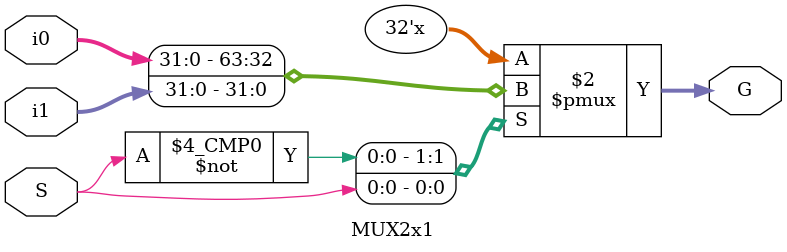
<source format=v>
`timescale 1ns / 1ps

module ALU
#(parameter WIDTH = 32)
(
    input [WIDTH-1:0] A,
    input [WIDTH-1:0] B,
    input [2:0] S,
    input Cin,
    output [WIDTH-1:0] G,
    output Cout,
    output V
    );
    
    wire [WIDTH-1:0] G1,G2;
    
    Logic_Circuit logic_circuit(
        .A(A),
        .B(B),
        .S({S[0],Cin}),
        .G(G1)
        );
   
    Arithmetic_Circuit arith_cir(
        .A(A),
        .B(B),
        .S(S[1:0]),
        .Cin(Cin),
        .G(G2),
        .Cout(Cout),
        .V(V));
    
    MUX2x1 mux(.i0(G2),.i1(G1),.S(S[2]),.G(G));
    
endmodule

module MUX2x1
#(parameter WIDTH = 32)(
    input [WIDTH-1:0] i0,
    input [WIDTH-1:0] i1,
    input  S,
    output reg [WIDTH-1:0] G
    );
    
    always @(*)
          case (S)
             1'b0: G = i0;
             1'b1: G = i1;
             default: G = i0;
          endcase
    
    endmodule

</source>
